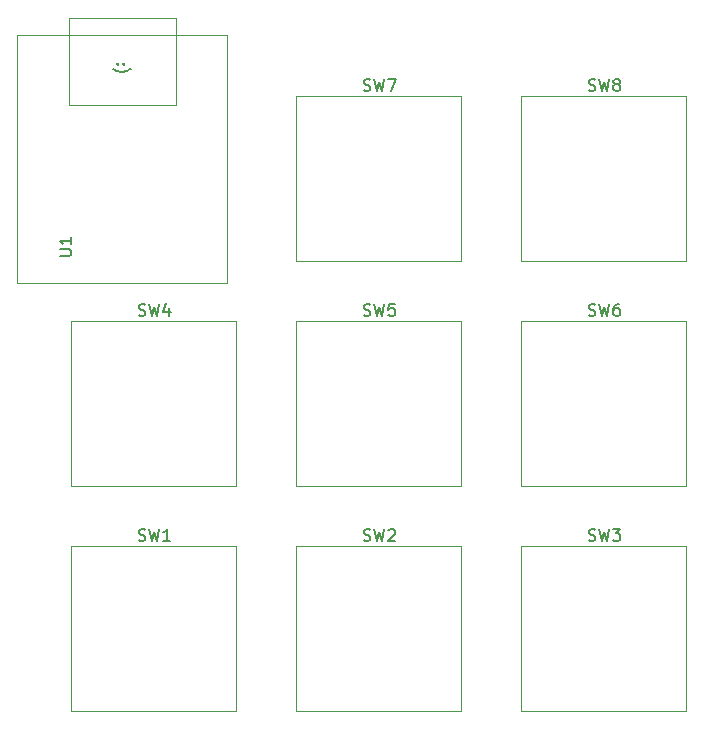
<source format=gbr>
%TF.GenerationSoftware,KiCad,Pcbnew,7.0.3*%
%TF.CreationDate,2023-06-20T13:58:59-06:00*%
%TF.ProjectId,macropad,6d616372-6f70-4616-942e-6b696361645f,rev?*%
%TF.SameCoordinates,Original*%
%TF.FileFunction,Legend,Top*%
%TF.FilePolarity,Positive*%
%FSLAX46Y46*%
G04 Gerber Fmt 4.6, Leading zero omitted, Abs format (unit mm)*
G04 Created by KiCad (PCBNEW 7.0.3) date 2023-06-20 13:58:59*
%MOMM*%
%LPD*%
G01*
G04 APERTURE LIST*
%ADD10C,0.150000*%
%ADD11C,0.120000*%
G04 APERTURE END LIST*
D10*
X123581419Y-63645351D02*
X123533800Y-63692970D01*
X123533800Y-63692970D02*
X123486180Y-63645351D01*
X123486180Y-63645351D02*
X123533800Y-63597732D01*
X123533800Y-63597732D02*
X123581419Y-63645351D01*
X123581419Y-63645351D02*
X123486180Y-63645351D01*
X124105228Y-63645351D02*
X124057609Y-63692970D01*
X124057609Y-63692970D02*
X124009990Y-63645351D01*
X124009990Y-63645351D02*
X124057609Y-63597732D01*
X124057609Y-63597732D02*
X124105228Y-63645351D01*
X124105228Y-63645351D02*
X124009990Y-63645351D01*
X123105228Y-64026303D02*
X123152847Y-64073922D01*
X123152847Y-64073922D02*
X123295704Y-64169160D01*
X123295704Y-64169160D02*
X123390942Y-64216779D01*
X123390942Y-64216779D02*
X123533800Y-64264398D01*
X123533800Y-64264398D02*
X123771895Y-64312017D01*
X123771895Y-64312017D02*
X123962371Y-64312017D01*
X123962371Y-64312017D02*
X124200466Y-64264398D01*
X124200466Y-64264398D02*
X124343323Y-64216779D01*
X124343323Y-64216779D02*
X124438561Y-64169160D01*
X124438561Y-64169160D02*
X124581419Y-64073922D01*
X124581419Y-64073922D02*
X124629038Y-64026303D01*
%TO.C,SW4*%
X125308351Y-84913200D02*
X125451208Y-84960819D01*
X125451208Y-84960819D02*
X125689303Y-84960819D01*
X125689303Y-84960819D02*
X125784541Y-84913200D01*
X125784541Y-84913200D02*
X125832160Y-84865580D01*
X125832160Y-84865580D02*
X125879779Y-84770342D01*
X125879779Y-84770342D02*
X125879779Y-84675104D01*
X125879779Y-84675104D02*
X125832160Y-84579866D01*
X125832160Y-84579866D02*
X125784541Y-84532247D01*
X125784541Y-84532247D02*
X125689303Y-84484628D01*
X125689303Y-84484628D02*
X125498827Y-84437009D01*
X125498827Y-84437009D02*
X125403589Y-84389390D01*
X125403589Y-84389390D02*
X125355970Y-84341771D01*
X125355970Y-84341771D02*
X125308351Y-84246533D01*
X125308351Y-84246533D02*
X125308351Y-84151295D01*
X125308351Y-84151295D02*
X125355970Y-84056057D01*
X125355970Y-84056057D02*
X125403589Y-84008438D01*
X125403589Y-84008438D02*
X125498827Y-83960819D01*
X125498827Y-83960819D02*
X125736922Y-83960819D01*
X125736922Y-83960819D02*
X125879779Y-84008438D01*
X126213113Y-83960819D02*
X126451208Y-84960819D01*
X126451208Y-84960819D02*
X126641684Y-84246533D01*
X126641684Y-84246533D02*
X126832160Y-84960819D01*
X126832160Y-84960819D02*
X127070256Y-83960819D01*
X127879779Y-84294152D02*
X127879779Y-84960819D01*
X127641684Y-83913200D02*
X127403589Y-84627485D01*
X127403589Y-84627485D02*
X128022636Y-84627485D01*
%TO.C, *%
%TO.C,SW1*%
X125308351Y-103963200D02*
X125451208Y-104010819D01*
X125451208Y-104010819D02*
X125689303Y-104010819D01*
X125689303Y-104010819D02*
X125784541Y-103963200D01*
X125784541Y-103963200D02*
X125832160Y-103915580D01*
X125832160Y-103915580D02*
X125879779Y-103820342D01*
X125879779Y-103820342D02*
X125879779Y-103725104D01*
X125879779Y-103725104D02*
X125832160Y-103629866D01*
X125832160Y-103629866D02*
X125784541Y-103582247D01*
X125784541Y-103582247D02*
X125689303Y-103534628D01*
X125689303Y-103534628D02*
X125498827Y-103487009D01*
X125498827Y-103487009D02*
X125403589Y-103439390D01*
X125403589Y-103439390D02*
X125355970Y-103391771D01*
X125355970Y-103391771D02*
X125308351Y-103296533D01*
X125308351Y-103296533D02*
X125308351Y-103201295D01*
X125308351Y-103201295D02*
X125355970Y-103106057D01*
X125355970Y-103106057D02*
X125403589Y-103058438D01*
X125403589Y-103058438D02*
X125498827Y-103010819D01*
X125498827Y-103010819D02*
X125736922Y-103010819D01*
X125736922Y-103010819D02*
X125879779Y-103058438D01*
X126213113Y-103010819D02*
X126451208Y-104010819D01*
X126451208Y-104010819D02*
X126641684Y-103296533D01*
X126641684Y-103296533D02*
X126832160Y-104010819D01*
X126832160Y-104010819D02*
X127070256Y-103010819D01*
X127975017Y-104010819D02*
X127403589Y-104010819D01*
X127689303Y-104010819D02*
X127689303Y-103010819D01*
X127689303Y-103010819D02*
X127594065Y-103153676D01*
X127594065Y-103153676D02*
X127498827Y-103248914D01*
X127498827Y-103248914D02*
X127403589Y-103296533D01*
%TO.C,SW3*%
X163408351Y-103963200D02*
X163551208Y-104010819D01*
X163551208Y-104010819D02*
X163789303Y-104010819D01*
X163789303Y-104010819D02*
X163884541Y-103963200D01*
X163884541Y-103963200D02*
X163932160Y-103915580D01*
X163932160Y-103915580D02*
X163979779Y-103820342D01*
X163979779Y-103820342D02*
X163979779Y-103725104D01*
X163979779Y-103725104D02*
X163932160Y-103629866D01*
X163932160Y-103629866D02*
X163884541Y-103582247D01*
X163884541Y-103582247D02*
X163789303Y-103534628D01*
X163789303Y-103534628D02*
X163598827Y-103487009D01*
X163598827Y-103487009D02*
X163503589Y-103439390D01*
X163503589Y-103439390D02*
X163455970Y-103391771D01*
X163455970Y-103391771D02*
X163408351Y-103296533D01*
X163408351Y-103296533D02*
X163408351Y-103201295D01*
X163408351Y-103201295D02*
X163455970Y-103106057D01*
X163455970Y-103106057D02*
X163503589Y-103058438D01*
X163503589Y-103058438D02*
X163598827Y-103010819D01*
X163598827Y-103010819D02*
X163836922Y-103010819D01*
X163836922Y-103010819D02*
X163979779Y-103058438D01*
X164313113Y-103010819D02*
X164551208Y-104010819D01*
X164551208Y-104010819D02*
X164741684Y-103296533D01*
X164741684Y-103296533D02*
X164932160Y-104010819D01*
X164932160Y-104010819D02*
X165170256Y-103010819D01*
X165455970Y-103010819D02*
X166075017Y-103010819D01*
X166075017Y-103010819D02*
X165741684Y-103391771D01*
X165741684Y-103391771D02*
X165884541Y-103391771D01*
X165884541Y-103391771D02*
X165979779Y-103439390D01*
X165979779Y-103439390D02*
X166027398Y-103487009D01*
X166027398Y-103487009D02*
X166075017Y-103582247D01*
X166075017Y-103582247D02*
X166075017Y-103820342D01*
X166075017Y-103820342D02*
X166027398Y-103915580D01*
X166027398Y-103915580D02*
X165979779Y-103963200D01*
X165979779Y-103963200D02*
X165884541Y-104010819D01*
X165884541Y-104010819D02*
X165598827Y-104010819D01*
X165598827Y-104010819D02*
X165503589Y-103963200D01*
X165503589Y-103963200D02*
X165455970Y-103915580D01*
%TO.C,SW7*%
X144358351Y-65863200D02*
X144501208Y-65910819D01*
X144501208Y-65910819D02*
X144739303Y-65910819D01*
X144739303Y-65910819D02*
X144834541Y-65863200D01*
X144834541Y-65863200D02*
X144882160Y-65815580D01*
X144882160Y-65815580D02*
X144929779Y-65720342D01*
X144929779Y-65720342D02*
X144929779Y-65625104D01*
X144929779Y-65625104D02*
X144882160Y-65529866D01*
X144882160Y-65529866D02*
X144834541Y-65482247D01*
X144834541Y-65482247D02*
X144739303Y-65434628D01*
X144739303Y-65434628D02*
X144548827Y-65387009D01*
X144548827Y-65387009D02*
X144453589Y-65339390D01*
X144453589Y-65339390D02*
X144405970Y-65291771D01*
X144405970Y-65291771D02*
X144358351Y-65196533D01*
X144358351Y-65196533D02*
X144358351Y-65101295D01*
X144358351Y-65101295D02*
X144405970Y-65006057D01*
X144405970Y-65006057D02*
X144453589Y-64958438D01*
X144453589Y-64958438D02*
X144548827Y-64910819D01*
X144548827Y-64910819D02*
X144786922Y-64910819D01*
X144786922Y-64910819D02*
X144929779Y-64958438D01*
X145263113Y-64910819D02*
X145501208Y-65910819D01*
X145501208Y-65910819D02*
X145691684Y-65196533D01*
X145691684Y-65196533D02*
X145882160Y-65910819D01*
X145882160Y-65910819D02*
X146120256Y-64910819D01*
X146405970Y-64910819D02*
X147072636Y-64910819D01*
X147072636Y-64910819D02*
X146644065Y-65910819D01*
%TO.C,SW5*%
X144358351Y-84913200D02*
X144501208Y-84960819D01*
X144501208Y-84960819D02*
X144739303Y-84960819D01*
X144739303Y-84960819D02*
X144834541Y-84913200D01*
X144834541Y-84913200D02*
X144882160Y-84865580D01*
X144882160Y-84865580D02*
X144929779Y-84770342D01*
X144929779Y-84770342D02*
X144929779Y-84675104D01*
X144929779Y-84675104D02*
X144882160Y-84579866D01*
X144882160Y-84579866D02*
X144834541Y-84532247D01*
X144834541Y-84532247D02*
X144739303Y-84484628D01*
X144739303Y-84484628D02*
X144548827Y-84437009D01*
X144548827Y-84437009D02*
X144453589Y-84389390D01*
X144453589Y-84389390D02*
X144405970Y-84341771D01*
X144405970Y-84341771D02*
X144358351Y-84246533D01*
X144358351Y-84246533D02*
X144358351Y-84151295D01*
X144358351Y-84151295D02*
X144405970Y-84056057D01*
X144405970Y-84056057D02*
X144453589Y-84008438D01*
X144453589Y-84008438D02*
X144548827Y-83960819D01*
X144548827Y-83960819D02*
X144786922Y-83960819D01*
X144786922Y-83960819D02*
X144929779Y-84008438D01*
X145263113Y-83960819D02*
X145501208Y-84960819D01*
X145501208Y-84960819D02*
X145691684Y-84246533D01*
X145691684Y-84246533D02*
X145882160Y-84960819D01*
X145882160Y-84960819D02*
X146120256Y-83960819D01*
X146977398Y-83960819D02*
X146501208Y-83960819D01*
X146501208Y-83960819D02*
X146453589Y-84437009D01*
X146453589Y-84437009D02*
X146501208Y-84389390D01*
X146501208Y-84389390D02*
X146596446Y-84341771D01*
X146596446Y-84341771D02*
X146834541Y-84341771D01*
X146834541Y-84341771D02*
X146929779Y-84389390D01*
X146929779Y-84389390D02*
X146977398Y-84437009D01*
X146977398Y-84437009D02*
X147025017Y-84532247D01*
X147025017Y-84532247D02*
X147025017Y-84770342D01*
X147025017Y-84770342D02*
X146977398Y-84865580D01*
X146977398Y-84865580D02*
X146929779Y-84913200D01*
X146929779Y-84913200D02*
X146834541Y-84960819D01*
X146834541Y-84960819D02*
X146596446Y-84960819D01*
X146596446Y-84960819D02*
X146501208Y-84913200D01*
X146501208Y-84913200D02*
X146453589Y-84865580D01*
%TO.C,U1*%
X118615819Y-79891220D02*
X119425342Y-79891220D01*
X119425342Y-79891220D02*
X119520580Y-79843601D01*
X119520580Y-79843601D02*
X119568200Y-79795982D01*
X119568200Y-79795982D02*
X119615819Y-79700744D01*
X119615819Y-79700744D02*
X119615819Y-79510268D01*
X119615819Y-79510268D02*
X119568200Y-79415030D01*
X119568200Y-79415030D02*
X119520580Y-79367411D01*
X119520580Y-79367411D02*
X119425342Y-79319792D01*
X119425342Y-79319792D02*
X118615819Y-79319792D01*
X119615819Y-78319792D02*
X119615819Y-78891220D01*
X119615819Y-78605506D02*
X118615819Y-78605506D01*
X118615819Y-78605506D02*
X118758676Y-78700744D01*
X118758676Y-78700744D02*
X118853914Y-78795982D01*
X118853914Y-78795982D02*
X118901533Y-78891220D01*
%TO.C,SW6*%
X163408351Y-84913200D02*
X163551208Y-84960819D01*
X163551208Y-84960819D02*
X163789303Y-84960819D01*
X163789303Y-84960819D02*
X163884541Y-84913200D01*
X163884541Y-84913200D02*
X163932160Y-84865580D01*
X163932160Y-84865580D02*
X163979779Y-84770342D01*
X163979779Y-84770342D02*
X163979779Y-84675104D01*
X163979779Y-84675104D02*
X163932160Y-84579866D01*
X163932160Y-84579866D02*
X163884541Y-84532247D01*
X163884541Y-84532247D02*
X163789303Y-84484628D01*
X163789303Y-84484628D02*
X163598827Y-84437009D01*
X163598827Y-84437009D02*
X163503589Y-84389390D01*
X163503589Y-84389390D02*
X163455970Y-84341771D01*
X163455970Y-84341771D02*
X163408351Y-84246533D01*
X163408351Y-84246533D02*
X163408351Y-84151295D01*
X163408351Y-84151295D02*
X163455970Y-84056057D01*
X163455970Y-84056057D02*
X163503589Y-84008438D01*
X163503589Y-84008438D02*
X163598827Y-83960819D01*
X163598827Y-83960819D02*
X163836922Y-83960819D01*
X163836922Y-83960819D02*
X163979779Y-84008438D01*
X164313113Y-83960819D02*
X164551208Y-84960819D01*
X164551208Y-84960819D02*
X164741684Y-84246533D01*
X164741684Y-84246533D02*
X164932160Y-84960819D01*
X164932160Y-84960819D02*
X165170256Y-83960819D01*
X165979779Y-83960819D02*
X165789303Y-83960819D01*
X165789303Y-83960819D02*
X165694065Y-84008438D01*
X165694065Y-84008438D02*
X165646446Y-84056057D01*
X165646446Y-84056057D02*
X165551208Y-84198914D01*
X165551208Y-84198914D02*
X165503589Y-84389390D01*
X165503589Y-84389390D02*
X165503589Y-84770342D01*
X165503589Y-84770342D02*
X165551208Y-84865580D01*
X165551208Y-84865580D02*
X165598827Y-84913200D01*
X165598827Y-84913200D02*
X165694065Y-84960819D01*
X165694065Y-84960819D02*
X165884541Y-84960819D01*
X165884541Y-84960819D02*
X165979779Y-84913200D01*
X165979779Y-84913200D02*
X166027398Y-84865580D01*
X166027398Y-84865580D02*
X166075017Y-84770342D01*
X166075017Y-84770342D02*
X166075017Y-84532247D01*
X166075017Y-84532247D02*
X166027398Y-84437009D01*
X166027398Y-84437009D02*
X165979779Y-84389390D01*
X165979779Y-84389390D02*
X165884541Y-84341771D01*
X165884541Y-84341771D02*
X165694065Y-84341771D01*
X165694065Y-84341771D02*
X165598827Y-84389390D01*
X165598827Y-84389390D02*
X165551208Y-84437009D01*
X165551208Y-84437009D02*
X165503589Y-84532247D01*
%TO.C,SW8*%
X163408351Y-65863200D02*
X163551208Y-65910819D01*
X163551208Y-65910819D02*
X163789303Y-65910819D01*
X163789303Y-65910819D02*
X163884541Y-65863200D01*
X163884541Y-65863200D02*
X163932160Y-65815580D01*
X163932160Y-65815580D02*
X163979779Y-65720342D01*
X163979779Y-65720342D02*
X163979779Y-65625104D01*
X163979779Y-65625104D02*
X163932160Y-65529866D01*
X163932160Y-65529866D02*
X163884541Y-65482247D01*
X163884541Y-65482247D02*
X163789303Y-65434628D01*
X163789303Y-65434628D02*
X163598827Y-65387009D01*
X163598827Y-65387009D02*
X163503589Y-65339390D01*
X163503589Y-65339390D02*
X163455970Y-65291771D01*
X163455970Y-65291771D02*
X163408351Y-65196533D01*
X163408351Y-65196533D02*
X163408351Y-65101295D01*
X163408351Y-65101295D02*
X163455970Y-65006057D01*
X163455970Y-65006057D02*
X163503589Y-64958438D01*
X163503589Y-64958438D02*
X163598827Y-64910819D01*
X163598827Y-64910819D02*
X163836922Y-64910819D01*
X163836922Y-64910819D02*
X163979779Y-64958438D01*
X164313113Y-64910819D02*
X164551208Y-65910819D01*
X164551208Y-65910819D02*
X164741684Y-65196533D01*
X164741684Y-65196533D02*
X164932160Y-65910819D01*
X164932160Y-65910819D02*
X165170256Y-64910819D01*
X165694065Y-65339390D02*
X165598827Y-65291771D01*
X165598827Y-65291771D02*
X165551208Y-65244152D01*
X165551208Y-65244152D02*
X165503589Y-65148914D01*
X165503589Y-65148914D02*
X165503589Y-65101295D01*
X165503589Y-65101295D02*
X165551208Y-65006057D01*
X165551208Y-65006057D02*
X165598827Y-64958438D01*
X165598827Y-64958438D02*
X165694065Y-64910819D01*
X165694065Y-64910819D02*
X165884541Y-64910819D01*
X165884541Y-64910819D02*
X165979779Y-64958438D01*
X165979779Y-64958438D02*
X166027398Y-65006057D01*
X166027398Y-65006057D02*
X166075017Y-65101295D01*
X166075017Y-65101295D02*
X166075017Y-65148914D01*
X166075017Y-65148914D02*
X166027398Y-65244152D01*
X166027398Y-65244152D02*
X165979779Y-65291771D01*
X165979779Y-65291771D02*
X165884541Y-65339390D01*
X165884541Y-65339390D02*
X165694065Y-65339390D01*
X165694065Y-65339390D02*
X165598827Y-65387009D01*
X165598827Y-65387009D02*
X165551208Y-65434628D01*
X165551208Y-65434628D02*
X165503589Y-65529866D01*
X165503589Y-65529866D02*
X165503589Y-65720342D01*
X165503589Y-65720342D02*
X165551208Y-65815580D01*
X165551208Y-65815580D02*
X165598827Y-65863200D01*
X165598827Y-65863200D02*
X165694065Y-65910819D01*
X165694065Y-65910819D02*
X165884541Y-65910819D01*
X165884541Y-65910819D02*
X165979779Y-65863200D01*
X165979779Y-65863200D02*
X166027398Y-65815580D01*
X166027398Y-65815580D02*
X166075017Y-65720342D01*
X166075017Y-65720342D02*
X166075017Y-65529866D01*
X166075017Y-65529866D02*
X166027398Y-65434628D01*
X166027398Y-65434628D02*
X165979779Y-65387009D01*
X165979779Y-65387009D02*
X165884541Y-65339390D01*
%TO.C,SW2*%
X144358351Y-103963200D02*
X144501208Y-104010819D01*
X144501208Y-104010819D02*
X144739303Y-104010819D01*
X144739303Y-104010819D02*
X144834541Y-103963200D01*
X144834541Y-103963200D02*
X144882160Y-103915580D01*
X144882160Y-103915580D02*
X144929779Y-103820342D01*
X144929779Y-103820342D02*
X144929779Y-103725104D01*
X144929779Y-103725104D02*
X144882160Y-103629866D01*
X144882160Y-103629866D02*
X144834541Y-103582247D01*
X144834541Y-103582247D02*
X144739303Y-103534628D01*
X144739303Y-103534628D02*
X144548827Y-103487009D01*
X144548827Y-103487009D02*
X144453589Y-103439390D01*
X144453589Y-103439390D02*
X144405970Y-103391771D01*
X144405970Y-103391771D02*
X144358351Y-103296533D01*
X144358351Y-103296533D02*
X144358351Y-103201295D01*
X144358351Y-103201295D02*
X144405970Y-103106057D01*
X144405970Y-103106057D02*
X144453589Y-103058438D01*
X144453589Y-103058438D02*
X144548827Y-103010819D01*
X144548827Y-103010819D02*
X144786922Y-103010819D01*
X144786922Y-103010819D02*
X144929779Y-103058438D01*
X145263113Y-103010819D02*
X145501208Y-104010819D01*
X145501208Y-104010819D02*
X145691684Y-103296533D01*
X145691684Y-103296533D02*
X145882160Y-104010819D01*
X145882160Y-104010819D02*
X146120256Y-103010819D01*
X146453589Y-103106057D02*
X146501208Y-103058438D01*
X146501208Y-103058438D02*
X146596446Y-103010819D01*
X146596446Y-103010819D02*
X146834541Y-103010819D01*
X146834541Y-103010819D02*
X146929779Y-103058438D01*
X146929779Y-103058438D02*
X146977398Y-103106057D01*
X146977398Y-103106057D02*
X147025017Y-103201295D01*
X147025017Y-103201295D02*
X147025017Y-103296533D01*
X147025017Y-103296533D02*
X146977398Y-103439390D01*
X146977398Y-103439390D02*
X146405970Y-104010819D01*
X146405970Y-104010819D02*
X147025017Y-104010819D01*
D11*
%TO.C,SW4*%
X119558000Y-99365000D02*
X119558000Y-85395000D01*
X119558000Y-85395000D02*
X133528000Y-85395000D01*
X133528000Y-99365000D02*
X119558000Y-99365000D01*
X133528000Y-85395000D02*
X133528000Y-99365000D01*
%TO.C,SW1*%
X119558000Y-104445000D02*
X133528000Y-104445000D01*
X133528000Y-104445000D02*
X133528000Y-118415000D01*
X133528000Y-118415000D02*
X119558000Y-118415000D01*
X119558000Y-118415000D02*
X119558000Y-104445000D01*
%TO.C,SW3*%
X157658000Y-118415000D02*
X157658000Y-104445000D01*
X157658000Y-104445000D02*
X171628000Y-104445000D01*
X171628000Y-118415000D02*
X157658000Y-118415000D01*
X171628000Y-104445000D02*
X171628000Y-118415000D01*
%TO.C,SW7*%
X152578000Y-80315000D02*
X138608000Y-80315000D01*
X138608000Y-80315000D02*
X138608000Y-66345000D01*
X138608000Y-66345000D02*
X152578000Y-66345000D01*
X152578000Y-66345000D02*
X152578000Y-80315000D01*
%TO.C,SW5*%
X152578000Y-85395000D02*
X152578000Y-99365000D01*
X138608000Y-85395000D02*
X152578000Y-85395000D01*
X138608000Y-99365000D02*
X138608000Y-85395000D01*
X152578000Y-99365000D02*
X138608000Y-99365000D01*
%TO.C,U1*%
X119441000Y-67088000D02*
X128441000Y-67088000D01*
X128441000Y-67088000D02*
X128441000Y-59758000D01*
X128441000Y-59758000D02*
X119441000Y-59758000D01*
X119441000Y-59758000D02*
X119441000Y-67088000D01*
X115051000Y-82158000D02*
X132831000Y-82158000D01*
X132831000Y-82158000D02*
X132831000Y-61158000D01*
X132831000Y-61158000D02*
X115051000Y-61158000D01*
X115051000Y-61158000D02*
X115051000Y-82158000D01*
%TO.C,SW6*%
X171628000Y-85395000D02*
X171628000Y-99365000D01*
X157658000Y-99365000D02*
X157658000Y-85395000D01*
X171628000Y-99365000D02*
X157658000Y-99365000D01*
X157658000Y-85395000D02*
X171628000Y-85395000D01*
%TO.C,SW8*%
X157658000Y-80315000D02*
X157658000Y-66345000D01*
X171628000Y-80315000D02*
X157658000Y-80315000D01*
X171628000Y-66345000D02*
X171628000Y-80315000D01*
X157658000Y-66345000D02*
X171628000Y-66345000D01*
%TO.C,SW2*%
X152578000Y-104445000D02*
X152578000Y-118415000D01*
X152578000Y-118415000D02*
X138608000Y-118415000D01*
X138608000Y-104445000D02*
X152578000Y-104445000D01*
X138608000Y-118415000D02*
X138608000Y-104445000D01*
%TD*%
M02*

</source>
